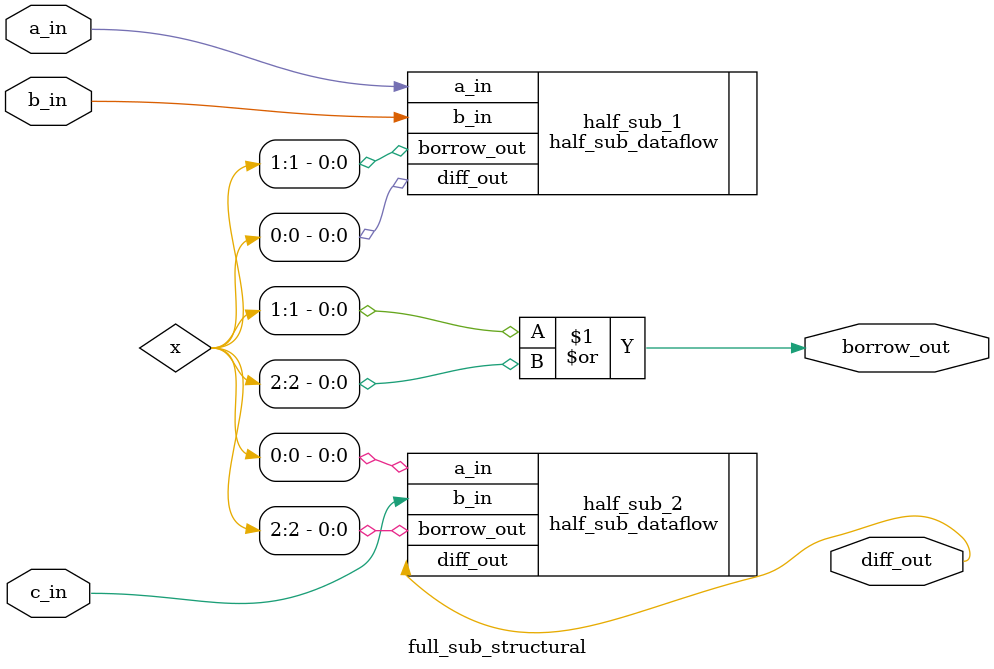
<source format=v>
/**************************************************************************
Description: full subtractor using structural modelling
full subtractor using 2 half subtractors and an or gate
***************************************************************************/

module full_sub_structural(
	input 		a_in,
    input		b_in,
	input		c_in,
	output		diff_out,
	output	    borrow_out
);

	wire	[2:0] x;

	half_sub_dataflow half_sub_1(
		.a_in		(a_in	),
		.b_in		(b_in	),
		.diff_out	(x[0]	),
		.borrow_out	(x[1]	)
	);
	
	half_sub_dataflow half_sub_2(
		.a_in		(x[0]		),
		.b_in		(c_in		),
		.diff_out	(diff_out	),
		.borrow_out	(x[2]		)
	);
	
	or or_1(borrow_out, x[1], x[2]);

endmodule


</source>
